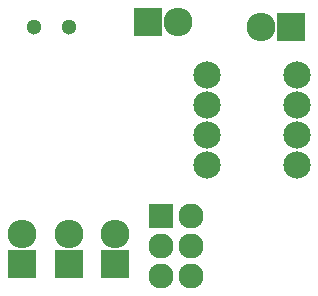
<source format=gbs>
G04 #@! TF.FileFunction,Soldermask,Bot*
%FSLAX46Y46*%
G04 Gerber Fmt 4.6, Leading zero omitted, Abs format (unit mm)*
G04 Created by KiCad (PCBNEW (2015-11-17 BZR 6321)-product) date Tue 19 Jan 2016 02:12:06 PM EST*
%MOMM*%
G01*
G04 APERTURE LIST*
%ADD10C,0.100000*%
%ADD11C,2.305000*%
%ADD12R,2.432000X2.432000*%
%ADD13O,2.432000X2.432000*%
%ADD14R,2.127200X2.127200*%
%ADD15O,2.127200X2.127200*%
%ADD16C,1.300000*%
G04 APERTURE END LIST*
D10*
D11*
X181000000Y-106620000D03*
X181000000Y-104080000D03*
X181000000Y-101540000D03*
X181000000Y-99000000D03*
X173380000Y-99000000D03*
X173380000Y-101540000D03*
X173380000Y-104080000D03*
X173380000Y-106620000D03*
D12*
X180500000Y-95000000D03*
D13*
X177960000Y-95000000D03*
D14*
X169560000Y-111000000D03*
D15*
X172100000Y-111000000D03*
X169560000Y-113540000D03*
X172100000Y-113540000D03*
X169560000Y-116080000D03*
X172100000Y-116080000D03*
D12*
X165600000Y-115058273D03*
D13*
X165600000Y-112518273D03*
D12*
X161700000Y-115058273D03*
D13*
X161700000Y-112518273D03*
D12*
X157750000Y-115058273D03*
D13*
X157750000Y-112518273D03*
D16*
X161750000Y-95000000D03*
X158750000Y-95000000D03*
D12*
X168460000Y-94500000D03*
D13*
X171000000Y-94500000D03*
M02*

</source>
